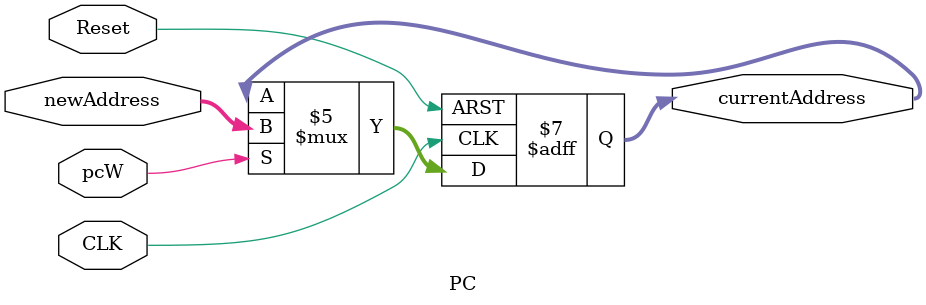
<source format=v>
module PC(CLK,Reset,pcW,newAddress,currentAddress);
    input CLK;                       
    input Reset;                          
    input [31:0] newAddress; 
    input pcW;          
    output reg[31:0] currentAddress; 
    initial begin
        currentAddress =32'h00003000; 
    end

    always@(posedge CLK or posedge Reset)
     begin
        if (Reset == 1)  currentAddress <=32'h00003000; //32'b0000 0000 0000 0000 0011 0000 0000 0000
        else 
         begin
            if (pcW)  currentAddress <= newAddress;
            else  currentAddress <= currentAddress;
         end
     end

endmodule
</source>
